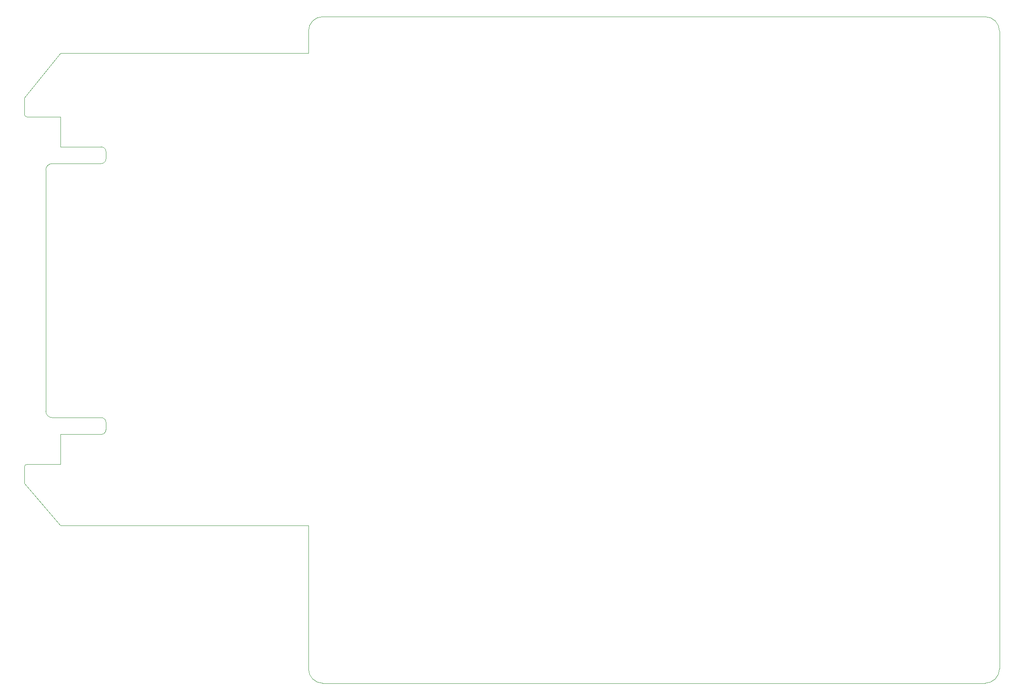
<source format=gbr>
%TF.GenerationSoftware,KiCad,Pcbnew,8.0.2*%
%TF.CreationDate,2024-06-10T22:31:20-05:00*%
%TF.ProjectId,Tandy Color Computer Multi-Pak,54616e64-7920-4436-9f6c-6f7220436f6d,rev?*%
%TF.SameCoordinates,Original*%
%TF.FileFunction,Profile,NP*%
%FSLAX46Y46*%
G04 Gerber Fmt 4.6, Leading zero omitted, Abs format (unit mm)*
G04 Created by KiCad (PCBNEW 8.0.2) date 2024-06-10 22:31:20*
%MOMM*%
%LPD*%
G01*
G04 APERTURE LIST*
%TA.AperFunction,Profile*%
%ADD10C,0.050000*%
%TD*%
G04 APERTURE END LIST*
D10*
X121110000Y-163830000D02*
G75*
G02*
X118110000Y-160830000I0J3000000D01*
G01*
X121110000Y-163830000D02*
X259255000Y-163830000D01*
X121110000Y-24765000D02*
X259255000Y-24765000D01*
X118110000Y-32407000D02*
X75873000Y-32407000D01*
X118110000Y-27765000D02*
X118110000Y-32407000D01*
X262255000Y-160830000D02*
X262255000Y-27765000D01*
X118110000Y-130915000D02*
X118110000Y-160830000D01*
X262255000Y-160830000D02*
G75*
G02*
X259255000Y-163830000I-3000000J0D01*
G01*
X75873000Y-130915000D02*
X118110000Y-130915000D01*
X118110000Y-27765000D02*
G75*
G02*
X121110000Y-24765000I3000000J0D01*
G01*
X259255000Y-24765000D02*
G75*
G02*
X262255000Y-27765000I0J-3000000D01*
G01*
%TO.C,P1*%
X58873000Y-118665000D02*
X58873000Y-122145000D01*
X58873000Y-122145000D02*
X66373000Y-130915000D01*
X58873208Y-45164792D02*
X58874664Y-41665794D01*
X58874664Y-41665794D02*
X66373000Y-32407000D01*
X63313000Y-56769000D02*
X63313000Y-107061000D01*
X64643000Y-108415000D02*
X74873000Y-108415000D01*
X66373000Y-45665000D02*
X59373208Y-45665000D01*
X66373000Y-51915000D02*
X66373000Y-45665000D01*
X66373000Y-118165000D02*
X59373000Y-118165000D01*
X66373000Y-118165000D02*
X66373000Y-111915000D01*
X74873000Y-51915000D02*
X66373000Y-51915000D01*
X74873000Y-55415000D02*
X64643000Y-55415000D01*
X74873000Y-111915000D02*
X66373000Y-111915000D01*
X75873000Y-32407000D02*
X66373000Y-32407000D01*
X75873000Y-52915000D02*
X75873000Y-54415000D01*
X75873000Y-110915000D02*
X75873000Y-109415000D01*
X75873000Y-130915000D02*
X66373000Y-130915000D01*
X58873000Y-118665000D02*
G75*
G02*
X59373000Y-118165000I500000J0D01*
G01*
X59373208Y-45665000D02*
G75*
G02*
X58873208Y-45164792I0J500000D01*
G01*
X63313000Y-56769000D02*
G75*
G02*
X64643000Y-55415000I1342000J12000D01*
G01*
X64643000Y-108415000D02*
G75*
G02*
X63313000Y-107061000I12000J1342000D01*
G01*
X74873000Y-51915000D02*
G75*
G02*
X75873000Y-52915000I1J-999999D01*
G01*
X74873000Y-108415000D02*
G75*
G02*
X75873000Y-109415000I0J-1000000D01*
G01*
X75873000Y-54415000D02*
G75*
G02*
X74873000Y-55415000I-999999J-1D01*
G01*
X75873000Y-110915000D02*
G75*
G02*
X74873000Y-111915000I-1000000J0D01*
G01*
%TD*%
M02*

</source>
